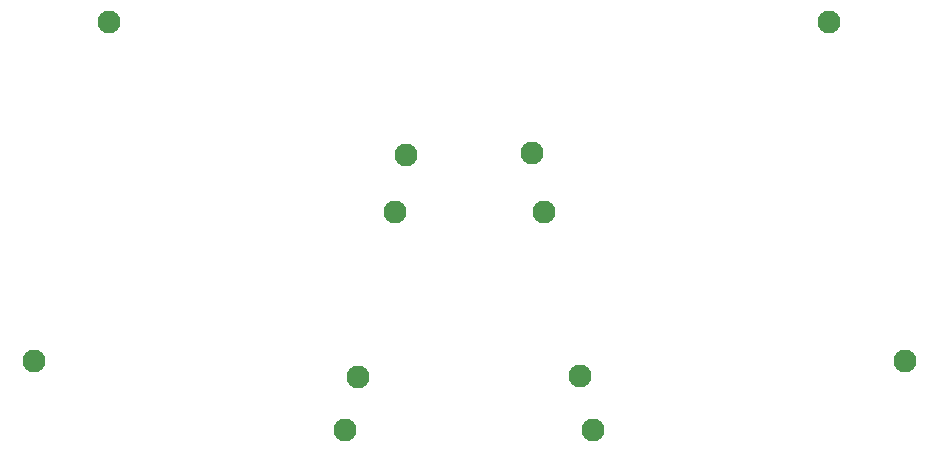
<source format=gbr>
%TF.GenerationSoftware,KiCad,Pcbnew,7.0.1-0*%
%TF.CreationDate,2023-05-03T10:27:22+09:00*%
%TF.ProjectId,centerjoint-0cm-wSwitch,63656e74-6572-46a6-9f69-6e742d30636d,rev?*%
%TF.SameCoordinates,Original*%
%TF.FileFunction,Soldermask,Bot*%
%TF.FilePolarity,Negative*%
%FSLAX46Y46*%
G04 Gerber Fmt 4.6, Leading zero omitted, Abs format (unit mm)*
G04 Created by KiCad (PCBNEW 7.0.1-0) date 2023-05-03 10:27:22*
%MOMM*%
%LPD*%
G01*
G04 APERTURE LIST*
%ADD10C,1.950000*%
G04 APERTURE END LIST*
D10*
%TO.C,H4*%
X46497428Y-55520157D03*
%TD*%
%TO.C,H3*%
X86360000Y-25449998D03*
%TD*%
%TO.C,H9*%
X50545674Y-36750003D03*
%TD*%
%TO.C,H7*%
X92770000Y-54149998D03*
%TD*%
%TO.C,H10*%
X66410000Y-59999998D03*
%TD*%
%TO.C,H11*%
X49589353Y-41571278D03*
%TD*%
%TO.C,H6*%
X61250000Y-36599998D03*
%TD*%
%TO.C,H12*%
X65290000Y-55479998D03*
%TD*%
%TO.C,H5*%
X25400471Y-25484327D03*
%TD*%
%TO.C,H1*%
X19043917Y-54156888D03*
%TD*%
%TO.C,H2*%
X45391706Y-59998053D03*
%TD*%
%TO.C,H8*%
X62220000Y-41549998D03*
%TD*%
M02*

</source>
